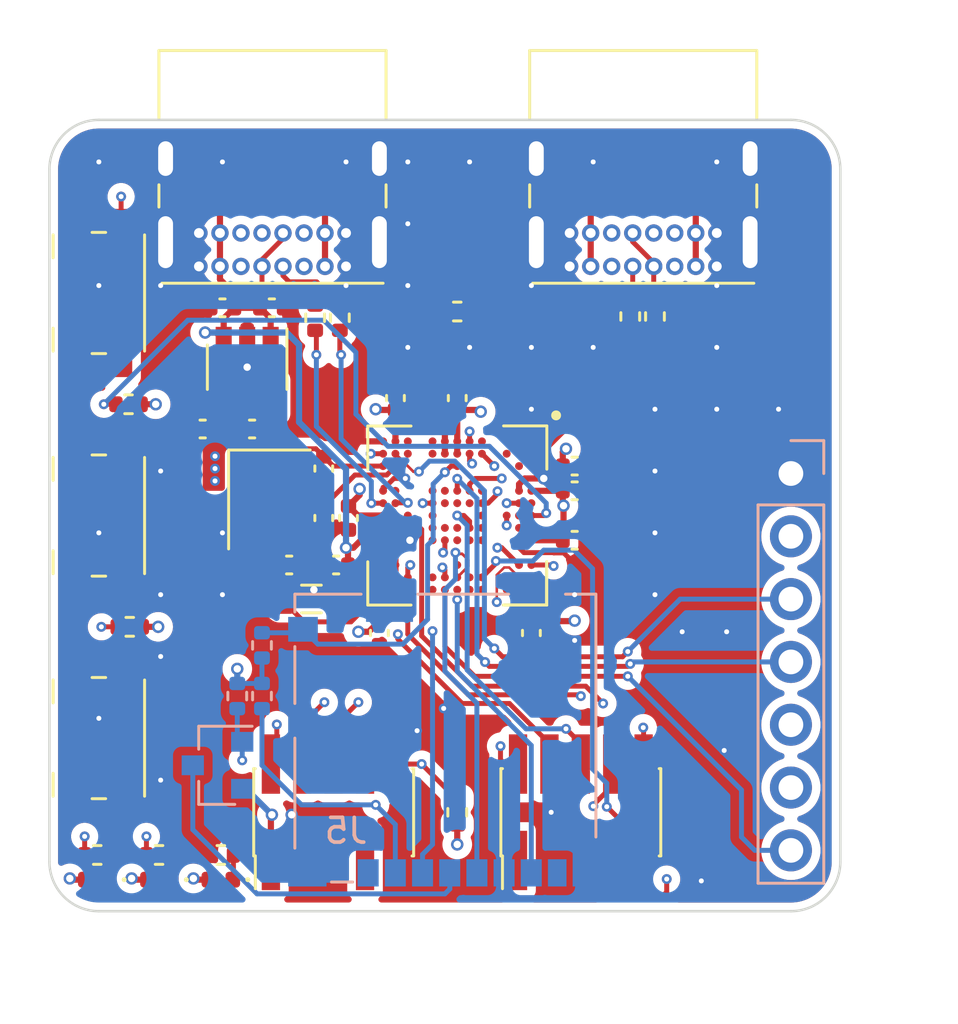
<source format=kicad_pcb>
(kicad_pcb (version 20211014) (generator pcbnew)
  (layers (0 "F.Cu" signal) (1 "In1.Cu" signal) (2 "In2.Cu" signal) (31 "B.Cu" signal) (34 "B.Paste" user) (35 "F.Paste" user) (36 "B.SilkS" user "B.Silkscreen") (37 "F.SilkS" user "F.Silkscreen") (38 "B.Mask" user) (39 "F.Mask" user) (44 "Edge.Cuts" user))
  (net 0 "")
  (net 1 "Net-(D3-Pad1)")
  (net 2 "/TGT_TMS_SWDIO")
  (net 3 "/TGT_TCK_SWCLK")
  (net 4 "/TGT_TDO_SWO")
  (net 5 "/TGT_UART_RX")
  (net 6 "/TGT_TDI")
  (net 7 "Net-(D4-Pad1)")
  (net 8 "/TGT_UART_TX")
  (net 9 "/TGT_nRESET")
  (net 11 "Net-(J1-PadA6)")
  (net 12 "/SD_CS")
  (net 13 "/SD_COPI")
  (net 14 "/SD_CIPO")
  (net 15 "Net-(J1-PadA7)")
  (net 16 "Net-(J2-PadA6)")
  (net 17 "Net-(J2-PadA7)")
  (net 18 "+3V3")
  (net 19 "GND")
  (net 20 "VBUS")
  (net 29 "/USB_HS_DP")
  (net 30 "/USB_HS_DM")
  (net 31 "/USB_FS_DP")
  (net 32 "/USB_FS_DM")
  (net 33 "/LPC_SWDIO")
  (net 34 "/LPC_SWCLK")
  (net 35 "/LPC_SWO")
  (net 37 "/LPC_nRESET")
  (net 38 "/ISP_EN")
  (net 39 "/SD_CLK")
  (net 42 "/nSD_DETECT")
  (net 43 "/STAT0")
  (net 44 "/STAT1")
  (net 46 "/USR_PB0")
  (net 47 "Net-(D2-Pad1)")
  (net 48 "/SPI_COPI")
  (net 49 "/SPI_CIPO")
  (net 50 "/SPI_CLK")
  (net 52 "/16M_I")
  (net 53 "/16M_O")
  (net 92 "/FS_VBUS")
  (net 95 "Net-(C14-Pad2)")
  (net 96 "Net-(L1-Pad2)")
  (net 97 "Net-(J5-Pad4)")
  (net 98 "/SD_PWR_nEN")
  (net 99 "/SPI_CS0")
  (net 100 "/SPI_CS1")
  (footprint "Capacitor_SMD:C_0402_1005Metric" (layer "F.Cu") (at 136.25 75 180)
    (fp_text reference "C5" hide)
    (fp_text value "0.1u")
  )
  (footprint "Button_Switch_SMD:Panasonic_EVQPUJ_EVQPUA" (layer "F.Cu") (at 117 85 90)
    (fp_text reference "SW3" hide)
    (fp_text value "SW_Push")
  )
  (footprint "Capacitor_SMD:C_0402_1005Metric" (layer "F.Cu") (at 131.5 71.25 -90)
    (fp_text reference "C8" hide)
    (fp_text value "0.1u")
  )
  (footprint "Capacitor_SMD:C_0402_1005Metric" (layer "F.Cu") (at 126.1 74.1 90)
    (fp_text reference "C13" hide)
    (fp_text value "0.1u")
  )
  (footprint "Connector_USB:USB_C_Receptacle_GCT_USB4085" (layer "F.Cu") (at 127 65.925 180)
    (fp_text reference "J1" hide)
    (fp_text value "HS USB")
  )
  (footprint "Inductor_SMD:L_0805_2012Metric" (layer "F.Cu") (at 125.6 79.375 180)
    (fp_text reference "L1" hide)
    (fp_text value "4.7u")
  )
  (footprint "Resistor_SMD:R_0402_1005Metric" (layer "F.Cu") (at 118.2 71.5 180)
    (fp_text reference "R2" hide)
    (fp_text value "10k")
  )
  (footprint "Capacitor_SMD:C_0402_1005Metric" (layer "F.Cu") (at 129 71.25 -90)
    (fp_text reference "C6" hide)
    (fp_text value "0.1u")
  )
  (footprint "usb-dev:BGA-98_13x13_7.0x7.0mm" (layer "F.Cu") (at 131.5 76 -90)
    (fp_text reference "U1" hide)
    (fp_text value "LPC55x16JEV98E")
  )
  (footprint "Resistor_SMD:R_0402_1005Metric" (layer "F.Cu") (at 131.5 88 90)
    (fp_text reference "R1" hide)
    (fp_text value "10k")
  )
  (footprint "Capacitor_SMD:C_0402_1005Metric" (layer "F.Cu") (at 122 67.6)
    (fp_text reference "C9" hide)
    (fp_text value "10u")
  )
  (footprint "LED_SMD:LED_0402_1005Metric" (layer "F.Cu") (at 121.935 90.725 180)
    (fp_text reference "D2" hide)
    (fp_text value "LED_ALT")
  )
  (footprint "Capacitor_SMD:C_0402_1005Metric" (layer "F.Cu") (at 121.2 72.5)
    (fp_text reference "C11" hide)
    (fp_text value "0.1u")
  )
  (footprint "Resistor_SMD:R_0402_1005Metric" (layer "F.Cu") (at 121.935 89.725 180)
    (fp_text reference "R10" hide)
    (fp_text value "1k")
  )
  (footprint "LED_SMD:LED_0402_1005Metric" (layer "F.Cu") (at 119.45 90.725 180)
    (fp_text reference "D3" hide)
    (fp_text value "LED_ALT")
  )
  (footprint "Capacitor_SMD:C_0402_1005Metric" (layer "F.Cu") (at 124.7 78)
    (fp_text reference "C14" hide)
    (fp_text value "22u")
  )
  (footprint "Package_TO_SOT_SMD:SOT-23-5" (layer "F.Cu") (at 123 70 -90)
    (fp_text reference "U2" hide)
    (fp_text value "AP2127K-3.3")
  )
  (footprint "Resistor_SMD:R_0402_1005Metric" (layer "F.Cu") (at 116.935 89.725 180)
    (fp_text reference "R9" hide)
    (fp_text value "1k")
  )
  (footprint "Button_Switch_SMD:Panasonic_EVQPUJ_EVQPUA" (layer "F.Cu") (at 117 76 90)
    (fp_text reference "SW2" hide)
    (fp_text value "SW_Push")
  )
  (footprint "Resistor_SMD:R_0402_1005Metric" (layer "F.Cu") (at 118.25 80.5 180)
    (fp_text reference "R12" hide)
    (fp_text value "10k")
  )
  (footprint "Capacitor_SMD:C_0402_1005Metric" (layer "F.Cu") (at 128.35 80.75 90)
    (fp_text reference "C16" hide)
    (fp_text value "0.1u")
  )
  (footprint "Capacitor_SMD:C_0402_1005Metric" (layer "F.Cu") (at 126.1 76.1 90)
    (fp_text reference "C15" hide)
    (fp_text value "0.1u")
  )
  (footprint "Resistor_SMD:R_0402_1005Metric" (layer "F.Cu") (at 126.75 68 -90)
    (fp_text reference "R4" hide)
    (fp_text value "22R")
  )
  (footprint "LED_SMD:LED_0402_1005Metric" (layer "F.Cu") (at 116.935 90.725 180)
    (fp_text reference "D4" hide)
    (fp_text value "LED_ALT")
  )
  (footprint "Capacitor_SMD:C_0402_1005Metric" (layer "F.Cu") (at 136.25 77 180)
    (fp_text reference "C1" hide)
    (fp_text value "0.1u")
  )
  (footprint "Connector_USB:USB_C_Receptacle_GCT_USB4085" (layer "F.Cu") (at 142 65.925 180)
    (fp_text reference "J2" hide)
    (fp_text value "FS USB")
  )
  (footprint "Button_Switch_SMD:Panasonic_EVQPUJ_EVQPUA" (layer "F.Cu") (at 117 67 90)
    (fp_text reference "SW1" hide)
    (fp_text value "SW_Push")
  )
  (footprint "Resistor_SMD:R_0402_1005Metric" (layer "F.Cu") (at 138.5 67.95 -90)
    (fp_text reference "R5" hide)
    (fp_text value "22R")
  )
  (footprint "Connector_PinHeader_1.27mm:PinHeader_2x05_P1.27mm_Vertical_SMD" (layer "F.Cu") (at 126.5 88 90)
    (fp_text reference "J3" hide)
    (fp_text value "Conn_02x05_Odd_Even")
  )
  (footprint "Resistor_SMD:R_0402_1005Metric" (layer "F.Cu") (at 119.435 89.725 180)
    (fp_text reference "R8" hide)
    (fp_text value "1k")
  )
  (footprint "Capacitor_SMD:C_0402_1005Metric" (layer "F.Cu") (at 126.6 78)
    (fp_text reference "C7" hide)
    (fp_text value "0.1u")
  )
  (footprint "Capacitor_SMD:C_0402_1005Metric" (layer "F.Cu") (at 127.1 76.1 90)
    (fp_text reference "C2" hide)
    (fp_text value "0.1u")
  )
  (footprint "Resistor_SMD:R_0402_1005Metric" (layer "F.Cu") (at 131.5 67.75 180)
    (fp_text reference "R14" hide)
    (fp_text value "0R")
  )
  (footprint "Capacitor_SMD:C_0402_1005Metric" (layer "F.Cu") (at 124 67.6 180)
    (fp_text reference "C10" hide)
    (fp_text value "0.1u")
  )
  (footprint "Crystal:Crystal_SMD_3225-4Pin_3.2x2.5mm" (layer "F.Cu") (at 123.9 75.35 -90)
    (fp_text reference "Y1" hide)
    (fp_text value "ABM8-16.000MHZ-B2-T")
  )
  (footprint "Connector_PinHeader_1.27mm:PinHeader_2x05_P1.27mm_Vertical_SMD" (layer "F.Cu") (at 136.5 88 90)
    (fp_text reference "J4" hide)
    (fp_text value "Conn_02x05_Odd_Even")
  )
  (footprint "Capacitor_SMD:C_0402_1005Metric" (layer "F.Cu") (at 136.25 74 180)
    (fp_text reference "C4" hide)
    (fp_text value "0.1u")
  )
  (footprint "Capacitor_SMD:C_0402_1005Metric" (layer "F.Cu") (at 123.2 72.5 180)
    (fp_text reference "C12" hide)
    (fp_text value "10u")
  )
  (footprint "Capacitor_SMD:C_0402_1005Metric" (layer "F.Cu") (at 134.5 80.75 90)
    (fp_text reference "C3" hide)
    (fp_text value "0.1u")
  )
  (footprint "Resistor_SMD:R_0402_1005Metric" (layer "F.Cu") (at 125.75 68 -90)
    (fp_text reference "R3" hide)
    (fp_text value "22R")
  )
  (footprint "Resistor_SMD:R_0402_1005Metric" (layer "F.Cu") (at 139.5 67.95 -90)
    (fp_text reference "R6" hide)
    (fp_text value "22R")
  )
  (footprint "Resistor_SMD:R_0402_1005Metric" (layer "B.Cu") (at 122.6 83.3 90)
    (fp_text reference "R11" hide)
    (fp_text value "10k")
  )
  (footprint "Resistor_SMD:R_0402_1005Metric" (layer "B.Cu") (at 123.6 81.25 -90)
    (fp_text reference "R7" hide)
    (fp_text value "10k")
  )
  (footprint "Connector_Card:microSD_HC_Molex_104031-0811" (layer "B.Cu") (at 131 85)
    (fp_text reference "J5")
    (fp_text value "Molex_104031-0811")
  )
  (footprint "Package_TO_SOT_SMD:SOT-23" (layer "B.Cu") (at 121.8 86.1 180)
    (fp_text reference "Q1" hide)
    (fp_text value "DMP3099L")
  )
  (footprint "Resistor_SMD:R_0402_1005Metric" (layer "B.Cu") (at 123.6 83.3 90)
    (fp_text reference "R13" hide)
    (fp_text value "10k")
  )
  (footprint "Connector_PinHeader_2.54mm:PinHeader_1x07_P2.54mm_Vertical" (layer "B.Cu") (at 145 74.3 180)
    (fp_text reference "J6" hide)
    (fp_text value "Conn_01x07_Male")
  )
  (gr_arc (start 145 60) (mid 146.414214 60.585786) (end 147 62) (layer "Edge.Cuts") (width 0.1))
  (gr_line (start 117 60) (end 145 60) (layer "Edge.Cuts") (width 0.1))
  (gr_line (start 145 92) (end 117 92) (layer "Edge.Cuts") (width 0.1))
  (gr_arc (start 115 62) (mid 115.585786 60.585786) (end 117 60) (layer "Edge.Cuts") (width 0.1))
  (gr_line (start 147 62) (end 147 90) (layer "Edge.Cuts") (width 0.1))
  (gr_arc (start 147 90) (mid 146.414214 91.414214) (end 145 92) (layer "Edge.Cuts") (width 0.1))
  (gr_arc (start 117 92) (mid 115.585786 91.414214) (end 115 90) (layer "Edge.Cuts") (width 0.1))
  (gr_line (start 115 90) (end 115 62) (layer "Edge.Cuts") (width 0.1))
  (segment (start 119.945 89.725) (end 119.945 90.715) (width 0.2) (layer "F.Cu") (net 1))
  (segment (start 119.945 90.715) (end 119.935 90.725) (width 0.2) (layer "F.Cu") (net 1))
  (segment (start 133.25 85.325) (end 133.25 85.875) (width 0.2) (layer "F.Cu") (net 2))
  (segment (start 133.3 77.3) (end 133.124019 77.3) (width 0.2) (layer "F.Cu") (net 2))
  (segment (start 133.935 86.075) (end 133.96 86.05) (width 0.2) (layer "F.Cu") (net 2))
  (segment (start 134 78) (end 133.3 77.3) (width 0.2) (layer "F.Cu") (net 2))
  (segment (start 133.45 86.075) (end 133.935 86.075) (width 0.2) (layer "F.Cu") (net 2))
  (segment (start 133.25 85.875) (end 133.45 86.075) (width 0.2) (layer "F.Cu") (net 2))
  (via (at 133.25 85.325) (size 0.4) (drill 0.2) (layers "F.Cu" "B.Cu") (net 2))
  (via (at 133.124019 77.3) (size 0.4) (drill 0.2) (layers "F.Cu" "B.Cu") (net 2))
  (segment (start 129.5 78.5) (end 129.5 78.1) (width 0.2) (layer "F.Cu") (net 3))
  (segment (start 129.5 78.1) (end 129.6 78) (width 0.2) (layer "F.Cu") (net 3))
  (segment (start 131.7 83.6) (end 129.0989 80.9989) (width 0.2) (layer "F.Cu") (net 3))
  (segment (start 135.23 85.22) (end 133.61 83.6) (width 0.2) (layer "F.Cu") (net 3))
  (segment (start 135.23 86.05) (end 135.23 85.22) (width 0.2) (layer "F.Cu") (net 3))
  (segment (start 129.0989 80.9989) (end 129.0989 80.7989) (width 0.2) (layer "F.Cu") (net 3))
  (segment (start 133.61 83.6) (end 131.7 83.6) (width 0.2) (layer "F.Cu") (net 3))
  (via (at 129.6 78) (size 0.4) (drill 0.2) (layers "F.Cu" "B.Cu") (net 3))
  (via (at 129.0989 80.7989) (size 0.4) (drill 0.2) (layers "F.Cu" "B.Cu") (net 3))
  (segment (start 136.5 85.225) (end 135.9 84.625) (width 0.2) (layer "F.Cu") (net 4))
  (segment (start 136.5 86.05) (end 136.5 85.225) (width 0.2) (layer "F.Cu") (net 4))
  (segment (start 132 76.5) (end 132 76.2313) (width 0.2) (layer "F.Cu") (net 4))
  (segment (start 132 76.2313) (end 131.7687 76) (width 0.2) (layer "F.Cu") (net 4))
  (segment (start 131.7687 76) (end 131.5 76) (width 0.2) (layer "F.Cu") (net 4))
  (via (at 135.9 84.625) (size 0.4) (drill 0.2) (layers "F.Cu" "B.Cu") (net 4))
  (via (at 131.5 76) (size 0.4) (drill 0.2) (layers "F.Cu" "B.Cu") (net 4))
  (segment (start 131.901111 76.401111) (end 131.901111 82.244449) (width 0.2) (layer "B.Cu") (net 4))
  (segment (start 131.5 76) (end 131.901111 76.401111) (width 0.2) (layer "B.Cu") (net 4))
  (segment (start 134.281662 84.625) (end 135.9 84.625) (width 0.2) (layer "B.Cu") (net 4))
  (segment (start 131.901111 82.244449) (end 134.281662 84.625) (width 0.2) (layer "B.Cu") (net 4))
  (segment (start 137.77 89.95) (end 137.77 90.795) (width 0.2) (layer "F.Cu") (net 5))
  (segment (start 135.360011 78) (end 135.4 78.039989) (width 0.2) (layer "F.Cu") (net 5))
  (segment (start 139.975 91.225) (end 139.975 90.7) (width 0.2) (layer "F.Cu") (net 5))
  (segment (start 139.725 91.475) (end 139.975 91.225) (width 0.2) (layer "F.Cu") (net 5))
  (segment (start 134.5 78) (end 135.360011 78) (width 0.2) (layer "F.Cu") (net 5))
  (segment (start 137.77 90.795) (end 138.45 91.475) (width 0.2) (layer "F.Cu") (net 5))
  (segment (start 138.45 91.475) (end 139.725 91.475) (width 0.2) (layer "F.Cu") (net 5))
  (via (at 135.4 78.039989) (size 0.4) (drill 0.2) (layers "F.Cu" "B.Cu") (net 5))
  (via (at 139.975 90.7) (size 0.4) (drill 0.2) (layers "F.Cu" "B.Cu") (net 5))
  (segment (start 137.77 86.937742) (end 137.77 86.05) (width 0.2) (layer "F.Cu") (net 6))
  (segment (start 132 75) (end 132 74.7313) (width 0.2) (layer "F.Cu") (net 6))
  (segment (start 132.2313 74.5) (end 133.3 74.5) (width 0.2) (layer "F.Cu") (net 6))
  (segment (start 137.003871 87.753871) (end 137.003871 87.703871) (width 0.2) (layer "F.Cu") (net 6))
  (segment (start 132 74.7313) (end 132.2313 74.5) (width 0.2) (layer "F.Cu") (net 6))
  (segment (start 137.003871 87.703871) (end 137.77 86.937742) (width 0.2) (layer "F.Cu") (net 6))
  (via (at 133.3 74.5) (size 0.4) (drill 0.2) (layers "F.Cu" "B.Cu") (net 6))
  (via (at 137.003871 87.753871) (size 0.4) (drill 0.2) (layers "F.Cu" "B.Cu") (net 6))
  (segment (start 117.445 90.7) (end 117.42 90.725) (width 0.2) (layer "F.Cu") (net 7))
  (segment (start 117.445 89.725) (end 117.445 90.7) (width 0.2) (layer "F.Cu") (net 7))
  (segment (start 132.5 78.5) (end 133.064999 77.935001) (width 0.2) (layer "F.Cu") (net 8))
  (segment (start 137.55 87.775) (end 139.04 89.265) (width 0.2) (layer "F.Cu") (net 8))
  (segment (start 133.064999 77.935001) (end 133.064999 77.838068) (width 0.2) (layer "F.Cu") (net 8))
  (segment (start 139.04 89.265) (end 139.04 89.95) (width 0.2) (layer "F.Cu") (net 8))
  (via (at 133.064999 77.838068) (size 0.4) (drill 0.2) (layers "F.Cu" "B.Cu") (net 8))
  (via (at 137.55 87.775) (size 0.4) (drill 0.2) (layers "F.Cu" "B.Cu") (net 8))
  (segment (start 137.55 86.825) (end 137.55 87.775) (width 0.2) (layer "B.Cu") (net 8))
  (segment (start 133.064999 77.838068) (end 134.561932 77.838068) (width 0.2) (layer "B.Cu") (net 8))
  (segment (start 136.225 77.4) (end 136.975 78.15) (width 0.2) (layer "B.Cu") (net 8))
  (segment (start 136.975 78.15) (end 136.975 86.25) (width 0.2) (layer "B.Cu") (net 8))
  (segment (start 135 77.4) (end 136.225 77.4) (width 0.2) (layer "B.Cu") (net 8))
  (segment (start 134.561932 77.838068) (end 135 77.4) (width 0.2) (layer "B.Cu") (net 8))
  (segment (start 136.975 86.25) (end 137.55 86.825) (width 0.2) (layer "B.Cu") (net 8))
  (segment (start 132.5 75.5) (end 132.75 75.5) (width 0.2) (layer "F.Cu") (net 9))
  (segment (start 117.9 64.325) (end 117.85 64.375) (width 0.2) (layer "F.Cu") (net 9))
  (segment (start 139.04 86.05) (end 139.04 84.59) (width 0.2) (layer "F.Cu") (net 9))
  (segment (start 117.85 64.375) (end 117.85 69.625) (width 0.2) (layer "F.Cu") (net 9))
  (segment (start 139.04 84.59) (end 139.025 84.575) (width 0.2) (layer "F.Cu") (net 9))
  (segment (start 133.13 75.02) (end 133.13 75.12) (width 0.2) (layer "F.Cu") (net 9))
  (segment (start 133.13 75.12) (end 132.75 75.5) (width 0.2) (layer "F.Cu") (net 9))
  (segment (start 117.9 63.1) (end 117.9 64.325) (width 0.2) (layer "F.Cu") (net 9))
  (via (at 133.13 75.02) (size 0.4) (drill 0.2) (layers "F.Cu" "B.Cu") (net 9))
  (via (at 139.025 84.575) (size 0.4) (drill 0.2) (layers "F.Cu" "B.Cu") (net 9))
  (via (at 117.9 63.1) (size 0.4) (drill 0.2) (layers "F.Cu" "B.Cu") (net 9))
  (segment (start 125.81 66.55) (end 124.7 66.55) (width 0.2) (layer "F.Cu") (net 11))
  (segment (start 126.75 67.49) (end 125.81 66.55) (width 0.2) (layer "F.Cu") (net 11))
  (segment (start 124.45 66.3) (end 124.7 66.55) (width 0.2) (layer "F.Cu") (net 11))
  (segment (start 124.45 65.925) (end 124.45 66.3) (width 0.2) (layer "F.Cu") (net 11))
  (segment (start 133.1 79.5) (end 133.1 78.4) (width 0.1016) (layer "F.Cu") (net 12))
  (segment (start 133.1 78.4) (end 133.4 78.1) (width 0.1016) (layer "F.Cu") (net 12))
  (segment (start 133.6 78.1) (end 134 78.5) (width 0.1016) (layer "F.Cu") (net 12))
  (segment (start 133.4 78.1) (end 133.6 78.1) (width 0.1016) (layer "F.Cu") (net 12))
  (via (at 133.1 79.5) (size 0.4) (drill 0.2) (layers "F.Cu" "B.Cu") (net 12))
  (via (at 128.2 87.7) (size 0.4) (drill 0.2) (layers "F.Cu" "B.Cu") (net 12))
  (segment (start 123.6 83.81) (end 123.6 86.1) (width 0.2) (layer "B.Cu") (net 12))
  (segment (start 128.995 88.495) (end 128.2 87.7) (width 0.2) (layer "B.Cu") (net 12))
  (segment (start 123.6 86.1) (end 125.2 87.7) (width 0.2) (layer "B.Cu") (net 12))
  (segment (start 128.995 88.495) (end 128.995 90.45) (width 0.2) (layer "B.Cu") (net 12))
  (segment (start 125.2 87.7) (end 128.2 87.7) (width 0.2) (layer "B.Cu") (net 12))
  (segment (start 131 78.5) (end 131 78.2) (width 0.2) (layer "F.Cu") (net 13))
  (segment (start 131 78.2) (end 130.9 78.1) (width 0.2) (layer "F.Cu") (net 13))
  (via (at 130.9 78.1) (size 0.4) (drill 0.2) (layers "F.Cu" "B.Cu") (net 13))
  (via (at 130.5 80.675) (size 0.4) (drill 0.2) (layers "F.Cu" "B.Cu") (net 13))
  (segment (start 130.095 89.705) (end 130.5 89.3) (width 0.2) (layer "B.Cu") (net 13))
  (segment (start 130.5 89.3) (end 130.5 80.675) (width 0.2) (layer "B.Cu") (net 13))
  (segment (start 130.095 90.45) (end 130.095 89.705) (width 0.2) (layer "B.Cu") (net 13))
  (segment (start 131.5 79) (end 131.5 79.4) (width 0.2) (layer "F.Cu") (net 14))
  (via (at 131.5 79.4) (size 0.4) (drill 0.2) (layers "F.Cu" "B.Cu") (net 14))
  (segment (start 131.5 82.3) (end 134.495 85.295) (width 0.2) (layer "B.Cu") (net 14))
  (segment (start 131.5 79.4) (end 131.5 82.3) (width 0.2) (layer "B.Cu") (net 14))
  (segment (start 134.495 85.295) (end 134.495 90.45) (width 0.2) (layer "B.Cu") (net 14))
  (segment (start 125.21 66.95) (end 123.9 66.95) (width 0.2) (layer "F.Cu") (net 15))
  (segment (start 123.6 65.65) (end 124.45 64.8) (width 0.2) (layer "F.Cu") (net 15))
  (segment (start 123.6 65.925) (end 123.6 65.65) (width 0.2) (layer "F.Cu") (net 15))
  (segment (start 123.9 66.95) (end 123.6 66.65) (width 0.2) (layer "F.Cu") (net 15))
  (segment (start 125.75 67.49) (end 125.21 66.95) (width 0.2) (layer "F.Cu") (net 15))
  (segment (start 124.45 64.8) (end 124.45 64.575) (width 0.2) (layer "F.Cu") (net 15))
  (segment (start 123.6 66.65) (end 123.6 65.925) (width 0.2) (layer "F.Cu") (net 15))
  (segment (start 139.45 67.39) (end 139.5 67.44) (width 0.2) (layer "F.Cu") (net 16))
  (segment (start 139.45 65.925) (end 139.45 67.39) (width 0.2) (layer "F.Cu") (net 16))
  (segment (start 138.6 64.93) (end 138.6 64.575) (width 0.2) (layer "F.Cu") (net 16))
  (segment (start 139.45 65.78) (end 138.6 64.93) (width 0.2) (layer "F.Cu") (net 16))
  (segment (start 139.45 65.925) (end 139.45 65.78) (width 0.2) (layer "F.Cu") (net 16))
  (segment (start 138.6 65.925) (end 138.6 67.34) (width 0.2) (layer "F.Cu") (net 17))
  (segment (start 138.6 67.34) (end 138.5 67.44) (width 0.2) (layer "F.Cu") (net 17))
  (segment (start 128.23 71.73) (end 128.2 71.7) (width 0.25) (layer "F.Cu") (net 18))
  (segment (start 128.5 80.12) (end 128.35 80.27) (width 0.25) (layer "F.Cu") (net 18))
  (segment (start 120.875 90.725) (end 120.825 90.675) (width 0.25) (layer "F.Cu") (net 18))
  (segment (start 118.76 80.5) (end 119.4 80.5) (width 0.25) (layer "F.Cu") (net 18))
  (segment (start 127.55 75.17) (end 127.1 75.62) (width 0.25) (layer "F.Cu") (net 18))
  (segment (start 118.76 71.5) (end 119.3 71.5) (width 0.25) (layer "F.Cu") (net 18))
  (segment (start 128.5 79) (end 128.5 80.12) (width 0.25) (layer "F.Cu") (net 18))
  (segment (start 134.5 75) (end 135.77 75) (width 0.25) (layer "F.Cu") (net 18))
  (segment (start 135.77 75) (end 135.77 75.57) (width 0.25) (layer "F.Cu") (net 18))
  (segment (start 123.96 89.95) (end 123.96 88.14) (width 0.25) (layer "F.Cu") (net 18))
  (segment (start 118.965 90.725) (end 118.375 90.725) (width 0.25) (layer "F.Cu") (net 18))
  (segment (start 134.5 77) (end 135.77 77) (width 0.25) (layer "F.Cu") (net 18))
  (segment (start 131.5 88.51) (end 131.5 89.3) (width 0.25) (layer "F.Cu") (net 18))
  (segment (start 135.8 75.6) (end 135.8 76.97) (width 0.25) (layer "F.Cu") (net 18))
  (segment (start 127.55 74.925) (end 127.55 75.17) (width 0.25) (layer "F.Cu") (net 18))
  (segment (start 136.23 80.27) (end 136.25 80.25) (width 0.25) (layer "F.Cu") (net 18))
  (segment (start 135.77 74) (end 135.77 73.43) (width 0.25) (layer "F.Cu") (net 18))
  (segment (start 116.45 90.725) (end 115.875 90.725) (width 0.25) (layer "F.Cu") (net 18))
  (segment (start 134.5 80.27) (end 136.23 80.27) (width 0.25) (layer "F.Cu") (net 18))
  (segment (start 135.77 73.43) (end 135.9 73.3) (width 0.25) (layer "F.Cu") (net 18))
  (segment (start 132.38 71.73) (end 132.45 71.8) (width 0.25) (layer "F.Cu") (net 18))
  (segment (start 118.375 90.725) (end 118.325 90.675) (width 0.25) (layer "F.Cu") (net 18))
  (segment (start 127.48 76) (end 127.1 75.62) (width 0.25) (layer "F.Cu") (net 18))
  (segment (start 127.92 80.7) (end 128.35 80.27) (width 0.25) (layer "F.Cu") (net 18))
  (segment (start 135.8 76.97) (end 135.77 77) (width 0.25) (layer "F.Cu") (net 18))
  (segment (start 129 71.73) (end 128.23 71.73) (width 0.25) (layer "F.Cu") (net 18))
  (segment (start 123.96 88.14) (end 124 88.1) (width 0.25) (layer "F.Cu") (net 18))
  (segment (start 129 73) (end 129 71.73) (width 0.25) (layer "F.Cu") (net 18))
  (segment (start 131.5 73.5) (end 131.5 73) (width 0.25) (layer "F.Cu") (net 18))
  (segment (start 134.5 74) (end 135.77 74) (width 0.25) (layer "F.Cu") (net 18))
  (segment (start 134.5 79) (end 134.5 80.27) (width 0.25) (layer "F.Cu") (net 18))
  (segment (start 135.77 75.57) (end 135.8 75.6) (width 0.25) (layer "F.Cu") (net 18))
  (segment (start 131.5 71.73) (end 132.38 71.73) (width 0.25) (layer "F.Cu") (net 18))
  (segment (start 115.875 90.725) (end 115.825 90.675) (width 0.25) (layer "F.Cu") (net 18))
  (segment (start 127.5 80.7) (end 127.92 80.7) (width 0.25) (layer "F.Cu") (net 18))
  (segment (start 131.5 73) (end 131.5 71.73) (width 0.25) (layer "F.Cu") (net 18))
  (segment (start 128.5 79) (end 129 79) (width 0.25) (layer "F.Cu") (net 18))
  (segment (start 128.5 76) (end 127.48 76) (width 0.25) (layer "F.Cu") (net 18))
  (segment (start 121.45 90.725) (end 120.875 90.725) (width 0.25) (layer "F.Cu") (net 18))
  (via (at 128.2 71.7) (size 0.5) (drill 0.3) (layers "F.Cu" "B.Cu") (net 18))
  (via (at 121.7 74.6) (size 0.4) (drill 0.2) (layers "F.Cu" "B.Cu") (net 18))
  (via (at 121.7 74.1) (size 0.4) (drill 0.2) (layers "F.Cu" "B.Cu") (net 18))
  (via (at 136.25 80.25) (size 0.5) (drill 0.3) (layers "F.Cu" "B.Cu") (net 18))
  (via (at 124 88.1) (size 0.5) (drill 0.3) (layers "F.Cu" "B.Cu") (net 18))
  (via (at 127.55 74.925) (size 0.5) (drill 0.3) (layers "F.Cu" "B.Cu") (net 18))
  (via (at 131.5 89.3) (size 0.5) (drill 0.3) (layers "F.Cu" "B.Cu") (net 18))
  (via (at 119.4 80.5) (size 0.5) (drill 0.3) (layers "F.Cu" "B.Cu") (net 18))
  (via (at 120.825 90.675) (size 0.5) (drill 0.3) (layers "F.Cu" "B.Cu") (net 18))
  (via (at 135.8 75.6) (size 0.5) (drill 0.3) (layers "F.Cu" "B.Cu") (net 18))
  (via (at 122.6 82.2) (size 0.5) (drill 0.3) (layers "F.Cu" "B.Cu") (net 18))
  (via (at 119.3 71.5) (size 0.5) (drill 0.3) (layers "F.Cu" "B.Cu") (net 18))
  (via (at 121.7 73.6) (size 0.4) (drill 0.2) (layers "F.Cu" "B.Cu") (net 18))
  (via (at 135.9 73.3) (size 0.5) (drill 0.3) (layers "F.Cu" "B.Cu") (net 18))
  (via (at 132.45 71.8) (size 0.5) (drill 0.3) (layers "F.Cu" "B.Cu") (net 18))
  (via (at 115.825 90.675) (size 0.5) (drill 0.3) (layers "F.Cu" "B.Cu") (net 18))
  (via (at 118.325 90.675) (size 0.5) (drill 0.3) (layers "F.Cu" "B.Cu") (net 18))
  (via (at 127.5 80.7) (size 0.5) (drill 0.3) (layers "F.Cu" "B.Cu") (net 18))
  (segment (start 122.8 87.05) (end 122.95 87.05) (width 0.25) (layer "B.Cu") (net 18))
  (segment (start 122.95 87.05) (end 124 88.1) (width 0.25) (layer "B.Cu") (net 18))
  (segment (start 122.6 82.2) (end 122.6 82.79) (width 0.25) (layer "B.Cu") (net 18))
  (segment (start 123.6 82.79) (end 122.6 82.79) (width 0.2) (layer "B.Cu") (net 18))
  (segment (start 123.6 81.76) (end 123.6 82.79) (width 0.2) (layer "B.Cu") (net 18))
  (segment (start 134 74.7313) (end 134.2313 74.5) (width 0.25) (layer "F.Cu") (net 19))
  (segment (start 134 77.3) (end 134.2 77.5) (width 0.2) (layer "F.Cu") (net 19))
  (segment (start 128.936536 74.5) (end 129.4 74.5) (width 0.2) (layer "F.Cu") (net 19))
  (segment (start 134.2 77.5) (end 135.4 77.5) (width 0.2) (layer "F.Cu") (net 19))
  (segment (start 128.5 78.5) (end 129 78.5) (width 0.25) (layer "F.Cu") (net 19))
  (segment (start 128.5 75) (end 128.5 74.862231) (width 0.2) (layer "F.Cu") (net 19))
  (segment (start 134 77) (end 134 77.3) (width 0.2) (layer "F.Cu") (net 19))
  (segment (start 128.5 74.862231) (end 128.574305 74.862231) (width 0.2) (layer "F.Cu") (net 19))
  (segment (start 131 72.7) (end 131 72.4) (width 0.25) (layer "F.Cu") (net 19))
  (segment (start 134 75) (end 134 74.7313) (width 0.25) (layer "F.Cu") (net 19))
  (segment (start 126.12 78) (end 126.12 78.58) (width 0.25) (layer "F.Cu") (net 19))
  (segment (start 131 73.5) (end 131 73) (width 0.25) (layer "F.Cu") (net 19))
  (segment (start 128.574305 74.862231) (end 128.936536 74.5) (width 0.2) (layer "F.Cu") (net 19))
  (segment (start 131 72.4) (end 130.7 72.1) (width 0.25) (layer "F.Cu") (net 19))
  (segment (start 129 78) (end 129 77.585989) (width 0.25) (layer "F.Cu") (net 19))
  (segment (start 129 77.585989) (end 129.585989 77) (width 0.25) (layer "F.Cu") (net 19))
  (segment (start 134 79.6) (end 133.6 80) (width 0.25) (layer "F.Cu") (net 19))
  (segment (start 128.5 73) (end 127.5 73) (width 0.25) (layer "F.Cu") (net 19))
  (segment (start 131 73) (end 131 72.7) (width 0.25) (layer "F.Cu") (net 19))
  (segment (start 125.08 74.58) (end 124.75 74.25) (width 0.25) (layer "F.Cu") (net 19))
  (segment (start 134 79) (end 134 79.6) (width 0.25) (layer "F.Cu") (net 19))
  (segment (start 134.2313 74.5) (end 135 74.5) (width 0.25) (layer "F.Cu") (net 19))
  (segment (start 134 73) (end 134 71.9) (width 0.25) (layer "F.Cu") (net 19))
  (segment (start 135.81112 77.51112) (end 136.2 77.9) (width 0.2) (layer "F.Cu") (net 19))
  (segment (start 135.41112 77.51112) (end 135.81112 77.51112) (width 0.2) (layer "F.Cu") (net 19))
  (segment (start 124.48 67.6) (end 124.48 67.68) (width 0.25) (layer "F.Cu") (net 19))
  (segment (start 135.4 77.5) (end 135.41112 77.51112) (width 0.2) (layer "F.Cu") (net 19))
  (segment (start 129 78.5) (end 129 78) (width 0.25) (layer "F.Cu") (net 19))
  (segment (start 126.12 78.58) (end 125.7 79) (width 0.25) (layer "F.Cu") (net 19))
  (segment (start 124.22 77.975) (end 124.225 77.975) (width 0.2) (layer "F.Cu") (net 19))
  (via (at 119.5 74.2) (size 0.4) (drill 0.2) (layers "F.Cu" "B.Cu") (net 19))
  (via (at 142.3 85.5) (size 0.4) (drill 0.2) (layers "F.Cu" "B.Cu") (net 19))
  (via (at 132 61.7) (size 0.4) (drill 0.2) (layers "F.Cu" "B.Cu") (net 19))
  (via (at 135.3 88) (size 0.4) (drill 0.2) (layers "F.Cu" "B.Cu") (net 19))
  (via (at 134.5 66.7) (size 0.4) (drill 0.2) (layers "F.Cu" "B.Cu") (net 19))
  (via (at 130.95 83.8) (size 0.4) (drill 0.2) (layers "F.Cu" "B.Cu") (net 19))
  (via (at 132 69.2) (size 0.4) (drill 0.2) (layers "F.Cu" "B.Cu") (net 19))
  (via (at 139.5 71.7) (size 0.4) (drill 0.2) (layers "F.Cu" "B.Cu") (net 19))
  (via (at 123 70) (size 0.5) (drill 0.3) (layers "F.Cu" "B.Cu") (net 19))
  (via (at 127 61.7) (size 0.4) (drill 0.2) (layers "F.Cu" "B.Cu") (net 19))
  (via (at 142 66.7) (size 0.4) (drill 0.2) (layers "F.Cu" "B.Cu") (net 19))
  (via (at 119.5 66.7) (size 0.4) (drill 0.2) (layers "F.Cu" "B.Cu") (net 19))
  (via (at 135 74.5) (size 0.5) (drill 0.3) (layers "F.Cu" "B.Cu") (net 19))
  (via (at 142.4 80.7) (size 0.4) (drill 0.2) (layers "F.Cu" "B.Cu") (net 19))
  (via (at 136.25 79.2) (size 0.4) (drill 0.2) (layers "F.Cu" "B.Cu") (net 19))
  (via (at 136.25 81.05) (size 0.4) (drill 0.2) (layers "F.Cu" "B.Cu") (net 19))
  (via (at 129.5 61.7) (size 0.4) (drill 0.2) (layers "F.Cu" "B.Cu") (net 19))
  (via (at 137 61.7) (size 0.4) (drill 0.2) (layers "F.Cu" "B.Cu") (net 19))
  (via (at 125.7 79) (size 0.5) (drill 0.3) (layers "F.Cu" "B.Cu") (net 19))
  (via (at 119.5 79.2) (size 0.4) (drill 0.2) (layers "F.Cu" "B.Cu") (net 19))
  (via (at 117 66.7) (size 0.4) (drill 0.2) (layers "F.Cu" "B.Cu") (net 19))
  (via (at 139.5 79.2) (size 0.4) (drill 0.2) (layers "F.Cu" "B.Cu") (net 19))
  (via (at 142 71.7) (size 0.4) (drill 0.2) (layers "F.Cu" "B.Cu") (net 19))
  (via (at 122 61.7) (size 0.4) (drill 0.2) (layers "F.Cu" "B.Cu") (net 19))
  (via (at 129.5 69.2) (size 0.4) (drill 0.2) (layers "F.Cu" "B.Cu") (net 19))
  (via (at 119.5 86.7) (size 0.4) (drill 0.2) (layers "F.Cu" "B.Cu") (net 19))
  (via (at 117 61.7) (size 0.4) (drill 0.2) (layers "F.Cu" "B.Cu") (net 19))
  (via (at 129.5 66.7) (size 0.4) (drill 0.2) (layers "F.Cu" "B.Cu") (net 19))
  (via (at 141.375 90.775) (size 0.4) (drill 0.2) (layers "F.Cu" "B.Cu") (net 19))
  (via (at 129.875 84.7) (size 0.4) (drill 0.2) (layers "F.Cu" "B.Cu") (net 19))
  (via (at 140.6 80.7) (size 0.4) (drill 0.2) (layers "F.Cu" "B.Cu") (net 19))
  (via (at 139.5 76.7) (size 0.4) (drill 0.2) (layers "F.Cu" "B.Cu") (net 19))
  (via (at 129.4 74.5) (size 0.4) (drill 0.2) (layers "F.Cu" "B.Cu") (net 19))
  (via (at 142 61.7) (size 0.4) (drill 0.2) (layers "F.Cu" "B.Cu") (net 19))
  (via (at 124.8 88.1) (size 0.5) (drill 0.3) (layers "F.Cu" "B.Cu") (net 19))
  (via (at 122 79.2) (size 0.4) (drill 0.2) (layers "F.Cu" "B.Cu") (net 19))
  (via (at 119.5 81.7) (size 0.4) (drill 0.2) (layers "F.Cu" "B.Cu") (net 19))
  (via (at 117 84.2) (size 0.4) (drill 0.2) (layers "F.Cu" "B.Cu") (net 19))
  (via (at 129.585989 77) (size 0.5) (drill 0.3) (layers "F.Cu" "B.Cu") (net 19))
  (via (at 117 76.7) (size 0.4) (drill 0.2) (layers "F.Cu" "B.Cu") (net 19))
  (via (at 137 69.2) (size 0.4) (drill 0.2) (layers "F.Cu" "B.Cu") (net 19))
  (via (at 144.5 71.7) (size 0.4) (drill 0.2) (layers "F.Cu" "B.Cu") (net 19))
  (via (at 127 66.7) (size 0.4) (drill 0.2) (layers "F.Cu" "B.Cu") (net 19))
  (via (at 134.5 69.2) (size 0.4) (drill 0.2) (layers "F.Cu" "B.Cu") (net 19))
  (via (at 134.5 71.7) (size 0.4) (drill 0.2) (layers "F.Cu" "B.Cu") (net 19))
  (via (at 129.5 64.2) (size 0.4) (drill 0.2) (layers "F.Cu" "B.Cu") (net 19))
  (via (at 139.5 74.2) (size 0.4) (drill 0.2) (layers "F.Cu" "B.Cu") (net 19))
  (via (at 142 69.2) (size 0.4) (drill 0.2) (layers "F.Cu" "B.Cu") (net 19))
  (via (at 122 76.7) (size 0.4) (drill 0.2) (layers "F.Cu" "B.Cu") (net 19))
  (segment (start 121.9 64.575) (end 121.9 65.925) (width 0.25) (layer "F.Cu") (net 20))
  (segment (start 121.9 64.575) (end 121.9 63.8) (width 0.25) (layer "F.Cu") (net 20))
  (segment (start 126.15 64.575) (end 126.15 65.925) (width 0.25) (layer "F.Cu") (net 20))
  (segment (start 126.15 63.2) (end 122.5 63.2) (width 0.25) (layer "F.Cu") (net 20))
  (segment (start 130.99 64.19) (end 130 63.2) (width 0.25) (layer "F.Cu") (net 20))
  (segment (start 123.52 67.6) (end 123.95 68.03) (width 0.25) (layer "F.Cu") (net 20))
  (segment (start 121.75 68.6) (end 122.05 68.9) (width 0.25) (layer "F.Cu") (net 20))
  (segment (start 127.08 77.38) (end 127 77.3) (width 0.25) (layer "F.Cu") (net 20))
  (segment (start 122.48 67.6) (end 123.52 67.6) (width 0.25) (layer "F.Cu") (net 20))
  (segment (start 126.15 64.575) (end 126.15 63.2) (width 0.25) (layer "F.Cu") (net 20))
  (segment (start 130.99 67.75) (end 130.99 64.19) (width 0.25) (layer "F.Cu") (net 20))
  (segment (start 130 63.2) (end 126.15 63.2) (width 0.25) (layer "F.Cu") (net 20))
  (segment (start 127 77.3) (end 127.3 77.3) (width 0.25) (layer "F.Cu") (net 20))
  (segment (start 123.95 68.03) (end 123.95 68.9) (width 0.25) (layer "F.Cu") (net 20))
  (segment (start 127.08 78) (end 127.08 77.38) (width 0.25) (layer "F.Cu") (net 20))
  (segment (start 122.05 68.03) (end 122.05 68.9) (width 0.25) (layer "F.Cu") (net 20))
  (segment (start 122.48 67.03) (end 122.48 67.6) (width 0.25) (layer "F.Cu") (net 20))
  (segment (start 128.1 76.5) (end 128.5 76.5) (width 0.25) (layer "F.Cu") (net 20))
  (segment (start 121.9 65.925) (end 121.9 66.45) (width 0.25) (layer "F.Cu") (net 20))
  (segment (start 122.5 63.2) (end 121.9 63.8) (width 0.25) (layer "F.Cu") (net 20))
  (segment (start 121.9 66.45) (end 122.48 67.03) (width 0.25) (layer "F.Cu") (net 20))
  (segment (start 121.3 68.6) (end 121.75 68.6) (width 0.25) (layer "F.Cu") (net 20))
  (segment (start 122.48 67.6) (end 122.05 68.03) (width 0.25) (layer "F.Cu") (net 20))
  (segment (start 127.3 77.3) (end 128.1 76.5) (width 0.25) (layer "F.Cu") (net 20))
  (via (at 121.3 68.6) (size 0.5) (drill 0.3) (layers "F.Cu" "B.Cu") (net 20))
  (via (at 127 77.3) (size 0.5) (drill 0.3) (layers "F.Cu" "B.Cu") (net 20))
  (segment (start 121.3 68.6) (end 124.6 68.6) (width 0.25) (layer "B.Cu") (net 20))
  (segment (start 127 77.3) (end 127 74.123948) (width 0.25) (layer "B.Cu") (net 20))
  (segment (start 125.1 69.1) (end 125.1 72.223948) (width 0.25) (layer "B.Cu") (net 20))
  (segment (start 124.6 68.6) (end 125.1 69.1) (width 0.25) (layer "B.Cu") (net 20))
  (segment (start 127 74.123948) (end 125.1 72.223948) (width 0.25) (layer "B.Cu") (net 20))
  (segment (start 126.75 68.51) (end 126.75 69.45) (width 0.2) (layer "F.Cu") (net 29))
  (segment (start 126.75 69.45) (end 126.8 69.5) (width 0.2) (layer "F.Cu") (net 29))
  (segment (start 129.5 75.485497) (end 129.014503 75.485497) (width 0.2) (layer "F.Cu") (net 29))
  (segment (start 129.014503 75.485497) (end 129 75.5) (width 0.2) (layer "F.Cu") (net 29))
  (via (at 126.8 69.5) (size 0.4) (drill 0.2) (layers "F.Cu" "B.Cu") (net 29))
  (via (at 129.5 75.485497) (size 0.4) (drill 0.2) (layers "F.Cu" "B.Cu") (net 29))
  (segment (start 129.5 75.485497) (end 129.385497 75.485497) (width 0.2) (layer "B.Cu") (net 29))
  (segment (start 129.385497 75.485497) (end 126.8 72.9) (width 0.2) (layer "B.Cu") (net 29))
  (segment (start 126.8 72.9) (end 126.8 69.5) (width 0.2) (layer "B.Cu") (net 29))
  (segment (start 128.5 75.5) (end 128.0245 75.5) (width 0.2) (layer "F.Cu") (net 30))
  (segment (start 125.8 68.56) (end 125.75 68.51) (width 0.2) (layer "F.Cu") (net 30))
  (segment (start 125.8 69.5) (end 125.8 68.56) (width 0.2) (layer "F.Cu") (net 30))
  (via (at 128.0245 75.5) (size 0.4) (drill 0.2) (layers "F.Cu" "B.Cu") (net 30))
  (via (at 125.8 69.5) (size 0.4) (drill 0.2) (layers "F.Cu" "B.Cu") (net 30))
  (segment (start 128.0245 74.618796) (end 125.8 72.394296) (width 0.2) (layer "B.Cu") (net 30))
  (segment (start 128.0245 75.5) (end 128.0245 74.618796) (width 0.2) (layer "B.Cu") (net 30))
  (segment (start 125.8 72.394296) (end 125.8 69.5) (width 0.2) (layer "B.Cu") (net 30))
  (segment (start 139.5 68.9) (end 139.5 68.46) (width 0.2) (layer "F.Cu") (net 31))
  (segment (start 134.9 73.5) (end 139.5 68.9) (width 0.2) (layer "F.Cu") (net 31))
  (segment (start 134.5 73.5) (end 134.9 73.5) (width 0.2) (layer "F.Cu") (net 31))
  (segment (start 138.5 69) (end 138.5 68.46) (width 0.2) (layer "F.Cu") (net 32))
  (segment (start 134.5 73) (end 138.5 69) (width 0.2) (layer "F.Cu") (net 32))
  (segment (start 133 74) (end 132.5 73.5) (width 0.2) (layer "F.Cu") (net 33))
  (segment (start 124.2 85.81) (end 123.96 86.05) (width 0.2) (layer "F.Cu") (net 33))
  (segment (start 124.2 84.45) (end 124.2 85.81) (width 0.2) (layer "F.Cu") (net 33))
  (via (at 133 74) (size 0.4) (drill 0.2) (layers "F.Cu" "B.Cu") (net 33))
  (via (at 124.2 84.45) (size 0.4) (drill 0.2) (layers "F.Cu" "B.Cu") (net 33))
  (segment (start 132 72.6) (end 132 73) (width 0.2) (layer "F.Cu") (net 34))
  (segment (start 126.125 83.550011) (end 125.23 84.445011) (width 0.2) (layer "F.Cu") (net 34))
  (segment (start 125.23 84.445011) (end 125.23 86.05) (width 0.2) (layer "F.Cu") (net 34))
  (via (at 126.125 83.550011) (size 0.4) (drill 0.2) (layers "F.Cu" "B.Cu") (net 34))
  (via (at 132 72.6) (size 0.4) (drill 0.2) (layers "F.Cu" "B.Cu") (net 34))
  (segment (start 126.5 84.55) (end 127.5 83.55) (width 0.2) (layer "F.Cu") (net 35))
  (segment (start 132 73.8) (end 132.1 73.9) (width 0.2) (layer "F.Cu") (net 35))
  (segment (start 126.5 86.05) (end 126.5 84.55) (width 0.2) (layer "F.Cu") (net 35))
  (segment (start 132 73.5) (end 132 73.8) (width 0.2) (layer "F.Cu") (net 35))
  (via (at 127.5 83.55) (size 0.4) (drill 0.2) (layers "F.Cu" "B.Cu") (net 35))
  (via (at 132.1 73.9) (size 0.4) (drill 0.2) (layers "F.Cu" "B.Cu") (net 35))
  (segment (start 130.1 75.5) (end 130.5 75.5) (width 0.2) (layer "F.Cu") (net 37))
  (segment (start 130.06 86.05) (end 129.04 86.05) (width 0.2) (layer "F.Cu") (net 37))
  (segment (start 131.5 87.49) (end 130.06 86.05) (width 0.2) (layer "F.Cu") (net 37))
  (via (at 130.1 75.5) (size 0.4) (drill 0.2) (layers "F.Cu" "B.Cu") (net 37))
  (via (at 130.06 86.05) (size 0.4) (drill 0.2) (layers "F.Cu" "B.Cu") (net 37))
  (segment (start 117.74 73.265) (end 117.85 73.375) (width 0.2) (layer "F.Cu") (net 38))
  (segment (start 134.5 76) (end 135 76) (width 0.2) (layer "F.Cu") (net 38))
  (segment (start 135 76) (end 135.1 75.9) (width 0.2) (layer "F.Cu") (net 38))
  (segment (start 117.85 73.375) (end 117.85 78.625) (width 0.2) (layer "F.Cu") (net 38))
  (segment (start 117.74 71.5) (end 117.2 71.5) (width 0.2) (layer "F.Cu") (net 38))
  (segment (start 117.74 71.5) (end 117.74 73.265) (width 0.2) (layer "F.Cu") (net 38))
  (via (at 117.2 71.5) (size 0.4) (drill 0.2) (layers "F.Cu" "B.Cu") (net 38))
  (via (at 135.1 75.9) (size 0.4) (drill 0.2) (layers "F.Cu" "B.Cu") (net 38))
  (segment (start 128.7 73.2) (end 127.4 71.9) (width 0.2) (layer "B.Cu") (net 38))
  (segment (start 120.6 68.1) (end 117.2 71.5) (width 0.2) (layer "B.Cu") (net 38))
  (segment (start 135.1 75.5) (end 132.8 73.2) (width 0.2) (layer "B.Cu") (net 38))
  (segment (start 127.4 71.9) (end 127.4 69.4) (width 0.2) (layer "B.Cu") (net 38))
  (segment (start 127.4 69.4) (end 126.1 68.1) (width 0.2) (layer "B.Cu") (net 38))
  (segment (start 132.8 73.2) (end 128.7 73.2) (width 0.2) (layer "B.Cu") (net 38))
  (segment (start 135.1 75.9) (end 135.1 75.5) (width 0.2) (layer "B.Cu") (net 38))
  (segment (start 126.1 68.1) (end 120.6 68.1) (width 0.2) (layer "B.Cu") (net 38))
  (segment (start 131.95 78.05) (end 131.5 78.5) (width 0.11) (layer "F.Cu") (net 39))
  (segment (start 131.7 77.55) (end 131.477692 77.55) (width 0.11) (layer "F.Cu") (net 39))
  (segment (start 131.95 77.8) (end 131.95 78.05) (width 0.11) (layer "F.Cu") (net 39))
  (segment (start 131.477692 77.55) (end 131.427692 77.5) (width 0.11) (layer "F.Cu") (net 39))
  (segment (start 131.7 77.55) (end 131.95 77.8) (width 0.11) (layer "F.Cu") (net 39))
  (via (at 131.427692 77.5) (size 0.4) (drill 0.2) (layers "F.Cu" "B.Cu") (net 39))
  (segment (start 131.427692 78.572308) (end 131.427692 77.5) (width 0.2) (layer "B.Cu") (net 39))
  (segment (start 132.295 90.45) (end 132.295 83.589296) (width 0.2) (layer "B.Cu") (net 39))
  (segment (start 132.295 83.589296) (end 131 82.294295) (width 0.2) (layer "B.Cu") (net 39))
  (segment (start 131 82.294295) (end 131 79) (width 0.2) (layer "B.Cu") (net 39))
  (segment (start 131 79) (end 131.427692 78.572308) (width 0.2) (layer "B.Cu") (net 39))
  (segment (start 131.24902 74) (end 131 74.24902) (width 0.2) (layer "F.Cu") (net 42))
  (segment (start 131.5 74) (end 131.24902 74) (width 0.2) (layer "F.Cu") (net 42))
  (via (at 131 74.24902) (size 0.4) (drill 0.2) (layers "F.Cu" "B.Cu") (net 42))
  (segment (start 123.6 80.74) (end 125.12 80.74) (width 0.2) (layer "B.Cu") (net 42))
  (segment (start 130.525489 76.974511) (end 130.525489 74.723531) (width 0.2) (layer "B.Cu") (net 42))
  (segment (start 125.26 80.6) (end 125.86 81.2) (width 0.2) (layer "B.Cu") (net 42))
  (segment (start 125.12 80.74) (end 125.26 80.6) (width 0.2) (layer "B.Cu") (net 42))
  (segment (start 130.3 77.2) (end 130.525489 76.974511) (width 0.2) (layer "B.Cu") (net 42))
  (segment (start 130.525489 74.723531) (end 131 74.24902) (width 0.2) (layer "B.Cu") (net 42))
  (segment (start 129.3 81.2) (end 130.3 80.2) (width 0.2) (layer "B.Cu") (net 42))
  (segment (start 130.3 80.2) (end 130.3 77.2) (width 0.2) (layer "B.Cu") (net 42))
  (segment (start 125.86 81.2) (end 129.3 81.2) (width 0.2) (layer "B.Cu") (net 42))
  (segment (start 118.925 89.725) (end 118.925 88.975) (width 0.2) (layer "F.Cu") (net 43))
  (segment (start 133.5 75.5) (end 134 75.5) (width 0.2) (layer "F.Cu") (net 43))
  (via (at 118.925 88.975) (size 0.4) (drill 0.2) (layers "F.Cu" "B.Cu") (net 43))
  (via (at 133.5 75.5) (size 0.4) (drill 0.2) (layers "F.Cu" "B.Cu") (net 43))
  (segment (start 116.425 88.975) (end 116.425 89.725) (width 0.2) (layer "F.Cu") (net 44))
  (segment (start 133.5 76) (end 133.5 76.4) (width 0.2) (layer "F.Cu") (net 44))
  (via (at 133.5 76.4) (size 0.4) (drill 0.2) (layers "F.Cu" "B.Cu") (net 44))
  (via (at 116.425 88.975) (size 0.4) (drill 0.2) (layers "F.Cu" "B.Cu") (net 44))
  (segment (start 117.74 82.265) (end 117.85 82.375) (width 0.2) (layer "F.Cu") (net 46))
  (segment (start 131 77.426589) (end 130.926589 77.5) (width 0.2) (layer "F.Cu") (net 46))
  (segment (start 117.74 80.5) (end 117.1 80.5) (width 0.2) (layer "F.Cu") (net 46))
  (segment (start 117.85 82.375) (end 117.85 87.625) (width 0.2) (layer "F.Cu") (net 46))
  (segment (start 131 77) (end 131 77.426589) (width 0.2) (layer "F.Cu") (net 46))
  (segment (start 117.74 80.5) (end 117.74 82.265) (width 0.2) (layer "F.Cu") (net 46))
  (via (at 117.1 80.5) (size 0.4) (drill 0.2) (layers "F.Cu" "B.Cu") (net 46))
  (via (at 130.926589 77.5) (size 0.4) (drill 0.2) (layers "F.Cu" "B.Cu") (net 46))
  (segment (start 122.445 89.725) (end 122.445 90.7) (width 0.2) (layer "F.Cu") (net 47))
  (segment (start 122.445 90.7) (end 122.42 90.725) (width 0.2) (layer "F.Cu") (net 47))
  (segment (start 138.4 81.5) (end 138.18888 81.71112) (width 0.2) (layer "F.Cu") (net 48))
  (segment (start 129 73.5) (end 129.724009 74.224009) (width 0.11) (layer "F.Cu") (net 48))
  (segment (start 129.724009 74.224009) (end 129.95 74.224009) (width 0.11) (layer "F.Cu") (net 48))
  (segment (start 133.33504 81.71112) (end 132.9989 81.37498) (width 0.2) (layer "F.Cu") (net 48))
  (segment (start 138.18888 81.71112) (end 133.33504 81.71112) (width 0.2) (layer "F.Cu") (net 48))
  (via (at 132.9989 81.37498) (size 0.4) (drill 0.2) (layers "F.Cu" "B.Cu") (net 48))
  (via (at 138.4 81.5) (size 0.4) (drill 0.2) (layers "F.Cu" "B.Cu") (net 48))
  (via (at 129.95 74.224009) (size 0.4) (drill 0.2) (layers "F.Cu" "B.Cu") (net 48))
  (segment (start 138.4 81.5) (end 140.52 79.38) (width 0.2) (layer "B.Cu") (net 48))
  (segment (start 132.6 80.97608) (end 132.9989 81.37498) (width 0.2) (layer "B.Cu") (net 48))
  (segment (start 140.52 79.38) (end 145 79.38) (width 0.2) (layer "B.Cu") (net 48))
  (segment (start 130.374009 73.8) (end 131.4 73.8) (width 0.2) (layer "B.Cu") (net 48))
  (segment (start 129.95 74.224009) (end 130.374009 73.8) (width 0.2) (layer "B.Cu") (net 48))
  (segment (start 132.6 75) (end 132.6 80.97608) (width 0.2) (layer "B.Cu") (net 48))
  (segment (start 131.4 73.8) (end 132.6 75) (width 0.2) (layer "B.Cu") (net 48))
  (segment (start 136.44842 83.24952) (end 136.5 83.3011) (width 0.2) (layer "F.Cu") (net 49))
  (segment (start 129.5 79) (end 129.5 80.8) (width 0.2) (layer "F.Cu") (net 49))
  (segment (start 131.94952 83.24952) (end 136.44842 83.24952) (width 0.2) (layer "F.Cu") (net 49))
  (segment (start 129.5 80.8) (end 131.94952 83.24952) (width 0.2) (layer "F.Cu") (net 49))
  (via (at 136.5 83.3011) (size 0.4) (drill 0.2) (layers "F.Cu" "B.Cu") (net 49))
  (segment (start 131.5 74.514503) (end 131.5 75) (width 0.2) (layer "F.Cu") (net 50))
  (segment (start 132.8 82.1) (end 132.625 81.925) (width 0.2) (layer "F.Cu") (net 50))
  (segment (start 138.4 82.1) (end 132.8 82.1) (width 0.2) (layer "F.Cu") (net 50))
  (segment (start 138.5 82) (end 138.4 82.1) (width 0.2) (layer "F.Cu") (net 50))
  (via (at 132.625 81.925) (size 0.4) (drill 0.2) (layers "F.Cu" "B.Cu") (net 50))
  (via (at 138.5 82) (size 0.4) (drill 0.2) (layers "F.Cu" "B.Cu") (net 50))
  (via (at 131.5 74.514503) (size 0.4) (drill 0.2) (layers "F.Cu" "B.Cu") (net 50))
  (segment (start 138.58 81.92) (end 145 81.92) (width 0.2) (layer "B.Cu") (net 50))
  (segment (start 138.5 82) (end 138.58 81.92) (width 0.2) (layer "B.Cu") (net 50))
  (segment (start 132.298889 81.598889) (end 132.298889 75.313392) (width 0.2) (layer "B.Cu") (net 50))
  (segment (start 132.625 81.925) (end 132.298889 81.598889) (width 0.2) (layer "B.Cu") (net 50))
  (segment (start 132.298889 75.313392) (end 131.5 74.514503) (width 0.2) (layer "B.Cu") (net 50))
  (segment (start 123.05 74.25) (end 124 73.3) (width 0.2) (layer "F.Cu") (net 52))
  (segment (start 126.48 74) (end 128.5 74) (width 0.2) (layer "F.Cu") (net 52))
  (segment (start 126.1 73.62) (end 126.48 74) (width 0.2) (layer "F.Cu") (net 52))
  (segment (start 125.78 73.3) (end 126.1 73.62) (width 0.2) (layer "F.Cu") (net 52))
  (segment (start 124 73.3) (end 125.78 73.3) (width 0.2) (layer "F.Cu") (net 52))
  (segment (start 126.1 75.62) (end 127.358889 74.361111) (width 0.2) (layer "F.Cu") (net 53))
  (segment (start 124.75 76.45) (end 125.58 75.62) (width 0.2) (layer "F.Cu") (net 53))
  (segment (start 125.58 75.62) (end 126.1 75.62) (width 0.2) (layer "F.Cu") (net 53))
  (segment (start 127.358889 74.361111) (end 128.649578 74.361111) (width 0.2) (layer "F.Cu") (net 53))
  (segment (start 128.649578 74.361111) (end 129 74.010689) (width 0.2) (layer "F.Cu") (net 53))
  (segment (start 129 74.010689) (end 129 74) (width 0.2) (layer "F.Cu") (net 53))
  (segment (start 136.9 64.575) (end 136.9 63.2) (width 0.25) (layer "F.Cu") (net 92))
  (segment (start 132.01 64.19) (end 133 63.2) (width 0.25) (layer "F.Cu") (net 92))
  (segment (start 132.01 67.75) (end 132.01 64.19) (width 0.25) (layer "F.Cu") (net 92))
  (segment (start 141.15 65.925) (end 141.15 64.575) (width 0.25) (layer "F.Cu") (net 92))
  (segment (start 136.9 65.925) (end 136.9 64.575) (width 0.25) (layer "F.Cu") (net 92))
  (segment (start 136.9 63.2) (end 140.75 63.2) (width 0.25) (layer "F.Cu") (net 92))
  (segment (start 140.75 63.2) (end 141.15 63.6) (width 0.25) (layer "F.Cu") (net 92))
  (segment (start 133 63.2) (end 136.9 63.2) (width 0.25) (layer "F.Cu") (net 92))
  (segment (start 141.15 63.6) (end 141.15 64.575) (width 0.25) (layer "F.Cu") (net 92))
  (segment (start 125.18 78) (end 125.18 79.48) (width 0.2) (layer "F.Cu") (net 95))
  (segment (start 125.18 79.48) (end 125.3 79.6) (width 0.2) (layer "F.Cu") (net 95))
  (segment (start 127.6 77.9) (end 127.6 79.1) (width 0.2) (layer "F.Cu") (net 95))
  (segment (start 127.6 79.1) (end 127.325 79.375) (width 0.2) (layer "F.Cu") (net 95))
  (segment (start 126.4375 79.6) (end 126.6625 79.375) (width 0.2) (layer "F.Cu") (net 95))
  (segment (start 128.5 77) (end 127.6 77.9) (width 0.2) (layer "F.Cu") (net 95))
  (segment (start 127.325 79.375) (end 126.6625 79.375) (width 0.2) (layer "F.Cu") (net 95))
  (segment (start 125.3 79.6) (end 126.4375 79.6) (width 0.2) (layer "F.Cu") (net 95))
  (segment (start 129 77) (end 128.5 77) (width 0.2) (layer "F.Cu") (net 95))
  (segment (start 127.2 80.3) (end 128 79.5) (width 0.2) (layer "F.Cu") (net 96))
  (segment (start 124.5375 79.5375) (end 125.3 80.3) (width 0.2) (layer "F.Cu") (net 96))
  (segment (start 124.5375 79.375) (end 124.5375 79.5375) (width 0.2) (layer "F.Cu") (net 96))
  (segment (start 128.4 78) (end 128.5 78) (width 0.2) (layer "F.Cu") (net 96))
  (segment (start 128 78.4) (end 128.4 78) (width 0.2) (layer "F.Cu") (net 96))
  (segment (start 125.3 80.3) (end 127.2 80.3) (width 0.2) (layer "F.Cu") (net 96))
  (segment (start 128 79.5) (end 128 78.4) (width 0.2) (layer "F.Cu") (net 96))
  (segment (start 131.195 90.45) (end 131.2 90.455) (width 0.2) (layer "B.Cu") (net 97))
  (segment (start 123.4 91.3) (end 120.8 88.7) (width 0.2) (layer "B.Cu") (net 97))
  (segment (start 120.8 88.7) (end 120.8 86.1) (width 0.2) (layer "B.Cu") (net 97))
  (segment (start 131.2 91.1) (end 131 91.3) (width 0.2) (layer "B.Cu") (net 97))
  (segment (start 131.2 90.455) (end 131.2 91.1) (width 0.2) (layer "B.Cu") (net 97))
  (segment (start 131 91.3) (end 123.4 91.3) (width 0.2) (layer "B.Cu") (net 97))
  (segment (start 128.5 73.5) (end 128 73.5) (width 0.2) (layer "F.Cu") (net 98))
  (via (at 128 73.5) (size 0.4) (drill 0.2) (layers "F.Cu" "B.Cu") (net 98))
  (via (at 122.8 85.9) (size 0.4) (drill 0.2) (layers "F.Cu" "B.Cu") (net 98))
  (segment (start 122.8 85.9) (end 122.8 85.15) (width 0.2) (layer "B.Cu") (net 98))
  (segment (start 122.6 83.81) (end 122.6 84.95) (width 0.2) (layer "B.Cu") (net 98))
  (segment (start 122.6 84.95) (end 122.8 85.15) (width 0.2) (layer "B.Cu") (net 98))
  (segment (start 132.094296 82.9) (end 130.060489 80.866193) (width 0.2) (layer "F.Cu") (net 99))
  (segment (start 130.060489 76.560489) (end 129.5 76) (width 0.2) (layer "F.Cu") (net 99))
  (segment (start 130.060489 80.866193) (end 130.060489 76.560489) (width 0.2) (layer "F.Cu") (net 99))
  (segment (start 136.7 82.9) (end 137.4 83.6) (width 0.2) (layer "F.Cu") (net 99))
  (segment (start 132.094296 82.9) (end 136.7 82.9) (width 0.2) (layer "F.Cu") (net 99))
  (via (at 137.4 83.6) (size 0.4) (drill 0.2) (layers "F.Cu" "B.Cu") (net 99))
  (segment (start 132.2011 82.5011) (end 138.4 82.5011) (width 0.2) (layer "F.Cu") (net 100))
  (segment (start 131 81.3) (end 132.2011 82.5011) (width 0.2) (layer "F.Cu") (net 100))
  (segment (start 131 79) (end 131 81.3) (width 0.2) (layer "F.Cu") (net 100))
  (via (at 138.4 82.5011) (size 0.4) (drill 0.2) (layers "F.Cu" "B.Cu") (net 100))
  (segment (start 138.4 82.5011) (end 138.4011 82.5011) (width 0.2) (layer "B.Cu") (net 100))
  (segment (start 138.4011 82.5011) (end 143 87.1) (width 0.2) (layer "B.Cu") (net 100))
  (segment (start 143 87.1) (end 143 89) (width 0.2) (layer "B.Cu") (net 100))
  (segment (start 143 89) (end 143.54 89.54) (width 0.2) (layer "B.Cu") (net 100))
  (segment (start 143.54 89.54) (end 145 89.54) (width 0.2) (layer "B.Cu") (net 100))
  (zone (net 18) (net_name "+3V3") (layer "F.Cu") (name "3v3") (priority 1) (connect_pads yes (clearance 0.35)) (min_thickness 0.254) (fill yes (thermal_gap 0.508) (thermal_bridge_width 0.508))
    (polygon (pts (xy 124.4 72) (xy 123.2 72) (xy 123.2 73) (xy 122.2 73) (xy 122.2 75) (xy 121.2 75) (xy 121.2 71.8) (xy 122.5 71.8) (xy 122.5 70.4) (xy 124.4 70.4)))
  )
  (zone (net 19) (net_name "GND") (layers "F.Cu" "In1.Cu" "B.Cu") (connect_pads yes (clearance 0.35)) (min_thickness 0.254) (fill yes (thermal_gap 0.254) (thermal_bridge_width 0.508))
    (polygon (pts (xy 148 93) (xy 114 93) (xy 114 59) (xy 148 59)))
  )
  (zone (net 0) (net_name "") (layer "F.Cu") (name "BGA_POUR_KEEPOUT") (connect_pads (clearance 0)) (min_thickness 0.254)
    (keepout (tracks allowed) (vias allowed) (pads allowed) (copperpour not_allowed) (footprints allowed))
    (fill (thermal_gap 0.508) (thermal_bridge_width 0.508))
    (polygon (pts (xy 135.2 79.7) (xy 127.8 79.7) (xy 127.8 72.3) (xy 135.2 72.3)))
  )
)
</source>
